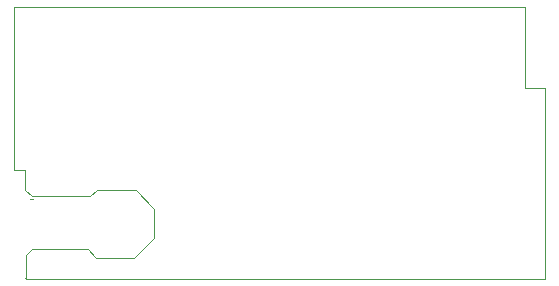
<source format=gko>
G04 Layer_Color=16711935*
%FSLAX25Y25*%
%MOIN*%
G70*
G01*
G75*
%ADD70C,0.00394*%
%ADD124C,0.00039*%
D70*
X-0Y-54429D02*
Y0D01*
X86221Y-90551D02*
X177165D01*
Y-27067D01*
X170500D02*
X177165D01*
X-0Y0D02*
X170500D01*
Y-27067D02*
Y0D01*
X-0Y-54429D02*
X3839D01*
Y-61122D02*
Y-54429D01*
Y-61122D02*
X5906Y-63189D01*
X25394D01*
X27559Y-61024D01*
X40551D01*
X46752Y-67224D01*
Y-76870D02*
Y-67224D01*
X39961Y-83661D02*
X46752Y-76870D01*
X27461Y-83661D02*
X39961D01*
X24606Y-80807D02*
X27461Y-83661D01*
X5906Y-80807D02*
X24606D01*
X3937Y-82776D02*
X5906Y-80807D01*
X3937Y-90256D02*
Y-82776D01*
X3839Y-90354D02*
X3937Y-90256D01*
X3839Y-90354D02*
X4035Y-90551D01*
X94587D01*
D124*
X5256Y-64075D02*
X6476D01*
M02*

</source>
